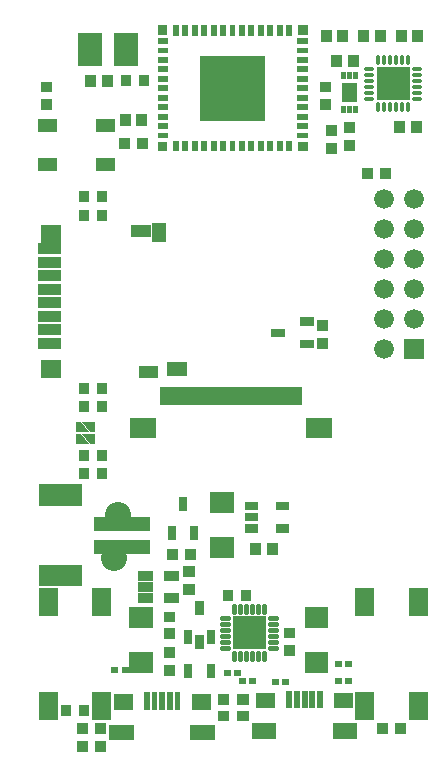
<source format=gts>
G04 Layer: TopSolderMaskLayer*
G04 EasyEDA v6.4.32, 2022-03-05 12:23:48*
G04 1b2e3b3a17c3449da9e352887ce741fa,292cea30c40f4109b391fbfe46d023fa,10*
G04 Gerber Generator version 0.2*
G04 Scale: 100 percent, Rotated: No, Reflected: No *
G04 Dimensions in millimeters *
G04 leading zeros omitted , absolute positions ,4 integer and 5 decimal *
%FSLAX45Y45*%
%MOMM*%

%ADD61C,0.3816*%
%ADD62C,0.3800*%
%ADD68R,2.2032X1.8032*%
%ADD69R,4.8031X1.2040*%
%ADD80C,1.6764*%
%ADD81R,1.6764X1.6764*%
%ADD99C,2.2032*%

%LPD*%
D61*
X1691131Y-5966399D02*
G01*
X1691131Y-5914400D01*
X1741119Y-5966399D02*
G01*
X1741119Y-5914400D01*
X1791131Y-5966399D02*
G01*
X1791131Y-5914400D01*
X1841119Y-5966399D02*
G01*
X1841119Y-5914400D01*
X1891131Y-5966399D02*
G01*
X1891131Y-5914400D01*
X1941118Y-5966399D02*
G01*
X1941118Y-5914400D01*
X1990125Y-5865393D02*
G01*
X2042124Y-5865393D01*
X1990125Y-5815406D02*
G01*
X2042124Y-5815406D01*
X1990125Y-5765393D02*
G01*
X2042124Y-5765393D01*
X1990125Y-5715406D02*
G01*
X2042124Y-5715406D01*
X1990125Y-5665393D02*
G01*
X2042124Y-5665393D01*
X1990125Y-5615406D02*
G01*
X2042124Y-5615406D01*
X1941118Y-5566399D02*
G01*
X1941118Y-5514400D01*
X1891131Y-5566399D02*
G01*
X1891131Y-5514400D01*
X1841119Y-5566399D02*
G01*
X1841119Y-5514400D01*
X1791131Y-5566399D02*
G01*
X1791131Y-5514400D01*
X1741119Y-5566399D02*
G01*
X1741119Y-5514400D01*
X1691919Y-5566399D02*
G01*
X1691919Y-5514400D01*
X1590126Y-5615406D02*
G01*
X1642125Y-5615406D01*
X1590126Y-5665393D02*
G01*
X1642125Y-5665393D01*
X1590126Y-5715406D02*
G01*
X1642125Y-5715406D01*
X1590126Y-5765393D02*
G01*
X1642125Y-5765393D01*
X1590126Y-5815406D02*
G01*
X1642125Y-5815406D01*
X1590126Y-5865393D02*
G01*
X1642125Y-5865393D01*
D62*
X2910306Y-1266200D02*
G01*
X2910306Y-1318199D01*
X2960293Y-1266200D02*
G01*
X2960293Y-1318199D01*
X3010306Y-1266200D02*
G01*
X3010306Y-1318199D01*
X3060293Y-1266200D02*
G01*
X3060293Y-1318199D01*
X3110306Y-1266200D02*
G01*
X3110306Y-1318199D01*
X3160293Y-1266200D02*
G01*
X3160293Y-1318199D01*
X3209300Y-1217193D02*
G01*
X3261299Y-1217193D01*
X3209300Y-1167206D02*
G01*
X3261299Y-1167206D01*
X3209300Y-1117193D02*
G01*
X3261299Y-1117193D01*
X3209300Y-1067206D02*
G01*
X3261299Y-1067206D01*
X3209300Y-1017193D02*
G01*
X3261299Y-1017193D01*
X3209300Y-967206D02*
G01*
X3261299Y-967206D01*
X3160293Y-866200D02*
G01*
X3160293Y-918199D01*
X3110306Y-866200D02*
G01*
X3110306Y-918199D01*
X3060293Y-866200D02*
G01*
X3060293Y-918199D01*
X3010306Y-866200D02*
G01*
X3010306Y-918199D01*
X2960293Y-866200D02*
G01*
X2960293Y-918199D01*
X2911093Y-866200D02*
G01*
X2911093Y-918199D01*
X2809300Y-967206D02*
G01*
X2861299Y-967206D01*
X2809300Y-1017193D02*
G01*
X2861299Y-1017193D01*
X2809300Y-1067206D02*
G01*
X2861299Y-1067206D01*
X2809300Y-1117193D02*
G01*
X2861299Y-1117193D01*
X2809300Y-1167206D02*
G01*
X2861299Y-1167206D01*
X2809300Y-1217193D02*
G01*
X2861299Y-1217193D01*
G36*
X2043429Y-4702555D02*
G01*
X2043429Y-4632452D01*
X2153665Y-4632452D01*
X2153665Y-4702555D01*
G37*
G36*
X2043429Y-4892547D02*
G01*
X2043429Y-4822444D01*
X2153665Y-4822444D01*
X2153665Y-4892547D01*
G37*
G36*
X1783334Y-4892547D02*
G01*
X1783334Y-4822444D01*
X1893570Y-4822444D01*
X1893570Y-4892547D01*
G37*
G36*
X1783334Y-4797552D02*
G01*
X1783334Y-4727447D01*
X1893570Y-4727447D01*
X1893570Y-4797552D01*
G37*
G36*
X1783334Y-4702555D02*
G01*
X1783334Y-4632452D01*
X1893570Y-4632452D01*
X1893570Y-4702555D01*
G37*
G36*
X672337Y-940307D02*
G01*
X672337Y-659892D01*
X872489Y-659892D01*
X872489Y-940307D01*
G37*
G36*
X372110Y-940307D02*
G01*
X372110Y-659892D01*
X572262Y-659892D01*
X572262Y-940307D01*
G37*
G36*
X801623Y-6084062D02*
G01*
X801623Y-5903721D01*
X1001776Y-5903721D01*
X1001776Y-6084062D01*
G37*
G36*
X801623Y-5704078D02*
G01*
X801623Y-5523737D01*
X1001776Y-5523737D01*
X1001776Y-5704078D01*
G37*
G36*
X2287524Y-6084062D02*
G01*
X2287524Y-5903721D01*
X2487675Y-5903721D01*
X2487675Y-6084062D01*
G37*
G36*
X2287524Y-5704078D02*
G01*
X2287524Y-5523737D01*
X2487675Y-5523737D01*
X2487675Y-5704078D01*
G37*
G36*
X1487423Y-5106162D02*
G01*
X1487423Y-4925821D01*
X1687576Y-4925821D01*
X1687576Y-5106162D01*
G37*
G36*
X1487423Y-4726178D02*
G01*
X1487423Y-4545837D01*
X1687576Y-4545837D01*
X1687576Y-4726178D01*
G37*
G36*
X648207Y-6083045D02*
G01*
X648207Y-6032754D01*
X708152Y-6032754D01*
X708152Y-6083045D01*
G37*
G36*
X739647Y-6083045D02*
G01*
X739647Y-6032754D01*
X799592Y-6032754D01*
X799592Y-6083045D01*
G37*
G36*
X2007108Y-6184645D02*
G01*
X2007108Y-6134354D01*
X2067052Y-6134354D01*
X2067052Y-6184645D01*
G37*
G36*
X2098547Y-6184645D02*
G01*
X2098547Y-6134354D01*
X2158491Y-6134354D01*
X2158491Y-6184645D01*
G37*
G36*
X1819147Y-6171945D02*
G01*
X1819147Y-6121654D01*
X1879092Y-6121654D01*
X1879092Y-6171945D01*
G37*
G36*
X1727707Y-6171945D02*
G01*
X1727707Y-6121654D01*
X1787652Y-6121654D01*
X1787652Y-6171945D01*
G37*
G36*
X2631947Y-6032245D02*
G01*
X2631947Y-5981954D01*
X2691891Y-5981954D01*
X2691891Y-6032245D01*
G37*
G36*
X2540508Y-6032245D02*
G01*
X2540508Y-5981954D01*
X2600452Y-5981954D01*
X2600452Y-6032245D01*
G37*
G36*
X1600707Y-6108445D02*
G01*
X1600707Y-6058154D01*
X1660652Y-6058154D01*
X1660652Y-6108445D01*
G37*
G36*
X1692147Y-6108445D02*
G01*
X1692147Y-6058154D01*
X1752092Y-6058154D01*
X1752092Y-6108445D01*
G37*
G36*
X2631947Y-6171945D02*
G01*
X2631947Y-6121654D01*
X2691891Y-6121654D01*
X2691891Y-6171945D01*
G37*
G36*
X2540508Y-6171945D02*
G01*
X2540508Y-6121654D01*
X2600452Y-6121654D01*
X2600452Y-6171945D01*
G37*
G36*
X2213609Y-3809237D02*
G01*
X2213609Y-3658870D01*
X2263902Y-3658870D01*
X2263902Y-3809237D01*
G37*
G36*
X2163572Y-3809237D02*
G01*
X2163572Y-3658870D01*
X2213863Y-3658870D01*
X2213863Y-3809237D01*
G37*
G36*
X2113534Y-3809237D02*
G01*
X2113534Y-3658870D01*
X2163825Y-3658870D01*
X2163825Y-3809237D01*
G37*
G36*
X2063495Y-3809237D02*
G01*
X2063495Y-3658870D01*
X2113788Y-3658870D01*
X2113788Y-3809237D01*
G37*
G36*
X2013458Y-3809237D02*
G01*
X2013458Y-3658870D01*
X2063750Y-3658870D01*
X2063750Y-3809237D01*
G37*
G36*
X1963420Y-3809237D02*
G01*
X1963420Y-3658870D01*
X2013965Y-3658870D01*
X2013965Y-3809237D01*
G37*
G36*
X1913636Y-3809237D02*
G01*
X1913636Y-3658870D01*
X1963927Y-3658870D01*
X1963927Y-3809237D01*
G37*
G36*
X1863597Y-3809237D02*
G01*
X1863597Y-3658870D01*
X1913889Y-3658870D01*
X1913889Y-3809237D01*
G37*
G36*
X1813560Y-3809237D02*
G01*
X1813560Y-3658870D01*
X1863852Y-3658870D01*
X1863852Y-3809237D01*
G37*
G36*
X1763521Y-3809237D02*
G01*
X1763521Y-3658870D01*
X1813813Y-3658870D01*
X1813813Y-3809237D01*
G37*
G36*
X1713484Y-3809237D02*
G01*
X1713484Y-3658870D01*
X1763776Y-3658870D01*
X1763776Y-3809237D01*
G37*
G36*
X1663445Y-3809237D02*
G01*
X1663445Y-3658870D01*
X1713737Y-3658870D01*
X1713737Y-3809237D01*
G37*
G36*
X1613407Y-3809237D02*
G01*
X1613407Y-3658870D01*
X1663954Y-3658870D01*
X1663954Y-3809237D01*
G37*
G36*
X1563623Y-3809237D02*
G01*
X1563623Y-3658870D01*
X1613915Y-3658870D01*
X1613915Y-3809237D01*
G37*
G36*
X1513586Y-3809237D02*
G01*
X1513586Y-3658870D01*
X1563878Y-3658870D01*
X1563878Y-3809237D01*
G37*
G36*
X1463547Y-3809237D02*
G01*
X1463547Y-3658870D01*
X1513839Y-3658870D01*
X1513839Y-3809237D01*
G37*
G36*
X1413510Y-3809237D02*
G01*
X1413510Y-3658870D01*
X1463802Y-3658870D01*
X1463802Y-3809237D01*
G37*
G36*
X1363471Y-3809237D02*
G01*
X1363471Y-3658870D01*
X1413763Y-3658870D01*
X1413763Y-3809237D01*
G37*
G36*
X1313434Y-3809237D02*
G01*
X1313434Y-3658870D01*
X1363726Y-3658870D01*
X1363726Y-3809237D01*
G37*
G36*
X1263650Y-3809237D02*
G01*
X1263650Y-3658870D01*
X1313942Y-3658870D01*
X1313942Y-3809237D01*
G37*
G36*
X1213612Y-3809237D02*
G01*
X1213612Y-3658870D01*
X1263904Y-3658870D01*
X1263904Y-3809237D01*
G37*
G36*
X1163573Y-3809237D02*
G01*
X1163573Y-3658870D01*
X1213865Y-3658870D01*
X1213865Y-3809237D01*
G37*
G36*
X1113536Y-3809237D02*
G01*
X1113536Y-3658870D01*
X1163828Y-3658870D01*
X1163828Y-3809237D01*
G37*
G36*
X1063497Y-3809237D02*
G01*
X1063497Y-3658870D01*
X1113789Y-3658870D01*
X1113789Y-3809237D01*
G37*
D68*
G01*
X918895Y-4004310D03*
G01*
X2408885Y-4004310D03*
G36*
X349250Y-4043171D02*
G01*
X349250Y-3957828D01*
X394462Y-3957828D01*
X459994Y-4043171D01*
G37*
G36*
X468629Y-4043171D02*
G01*
X402844Y-3957828D01*
X513842Y-3957828D01*
X513842Y-4043171D01*
G37*
G36*
X349250Y-4144771D02*
G01*
X349250Y-4059428D01*
X394462Y-4059428D01*
X459994Y-4144771D01*
G37*
G36*
X468629Y-4144771D02*
G01*
X402844Y-4059428D01*
X513842Y-4059428D01*
X513842Y-4144771D01*
G37*
D69*
G01*
X739267Y-5013960D03*
G01*
X739267Y-4815839D03*
G36*
X38354Y-5345429D02*
G01*
X38354Y-5165089D01*
X398779Y-5165089D01*
X398779Y-5345429D01*
G37*
G36*
X38354Y-4664710D02*
G01*
X38354Y-4484370D01*
X398779Y-4484370D01*
X398779Y-4664710D01*
G37*
G36*
X2249424Y-3330447D02*
G01*
X2249424Y-3260344D01*
X2366518Y-3260344D01*
X2366518Y-3330447D01*
G37*
G36*
X2249424Y-3140455D02*
G01*
X2249424Y-3070352D01*
X2366518Y-3070352D01*
X2366518Y-3140455D01*
G37*
G36*
X2002281Y-3235452D02*
G01*
X2002281Y-3165347D01*
X2119375Y-3165347D01*
X2119375Y-3235452D01*
G37*
G36*
X1266952Y-5833618D02*
G01*
X1266952Y-5716523D01*
X1337055Y-5716523D01*
X1337055Y-5833618D01*
G37*
G36*
X1456944Y-5833618D02*
G01*
X1456944Y-5716523D01*
X1527047Y-5716523D01*
X1527047Y-5833618D01*
G37*
G36*
X1361947Y-5586476D02*
G01*
X1361947Y-5469381D01*
X1432052Y-5469381D01*
X1432052Y-5586476D01*
G37*
G36*
X1266952Y-6125718D02*
G01*
X1266952Y-6008623D01*
X1337055Y-6008623D01*
X1337055Y-6125718D01*
G37*
G36*
X1456944Y-6125718D02*
G01*
X1456944Y-6008623D01*
X1527047Y-6008623D01*
X1527047Y-6125718D01*
G37*
G36*
X1361947Y-5878576D02*
G01*
X1361947Y-5761481D01*
X1432052Y-5761481D01*
X1432052Y-5878576D01*
G37*
G36*
X2466340Y-1682750D02*
G01*
X2466340Y-1592071D01*
X2562859Y-1592071D01*
X2562859Y-1682750D01*
G37*
G36*
X2466340Y-1532128D02*
G01*
X2466340Y-1441450D01*
X2562859Y-1441450D01*
X2562859Y-1532128D01*
G37*
G36*
X2618740Y-1506728D02*
G01*
X2618740Y-1416050D01*
X2715259Y-1416050D01*
X2715259Y-1506728D01*
G37*
G36*
X2618740Y-1657350D02*
G01*
X2618740Y-1566671D01*
X2715259Y-1566671D01*
X2715259Y-1657350D01*
G37*
G36*
X1677415Y-5880607D02*
G01*
X1677415Y-5600445D01*
X1957577Y-5600445D01*
X1957577Y-5880607D01*
G37*
G36*
X1041400Y-755395D02*
G01*
X1041400Y-705357D01*
X1131315Y-705357D01*
X1131315Y-755395D01*
G37*
G36*
X1041400Y-835405D02*
G01*
X1041400Y-785368D01*
X1131315Y-785368D01*
X1131315Y-835405D01*
G37*
G36*
X1041400Y-915415D02*
G01*
X1041400Y-865378D01*
X1131315Y-865378D01*
X1131315Y-915415D01*
G37*
G36*
X1041400Y-995426D02*
G01*
X1041400Y-945387D01*
X1131315Y-945387D01*
X1131315Y-995426D01*
G37*
G36*
X1041400Y-1075181D02*
G01*
X1041400Y-1025397D01*
X1131315Y-1025397D01*
X1131315Y-1075181D01*
G37*
G36*
X1041400Y-1155192D02*
G01*
X1041400Y-1105407D01*
X1131315Y-1105407D01*
X1131315Y-1155192D01*
G37*
G36*
X1041400Y-1235202D02*
G01*
X1041400Y-1185418D01*
X1131315Y-1185418D01*
X1131315Y-1235202D01*
G37*
G36*
X1041400Y-1315212D02*
G01*
X1041400Y-1265173D01*
X1131315Y-1265173D01*
X1131315Y-1315212D01*
G37*
G36*
X1041400Y-1395221D02*
G01*
X1041400Y-1345184D01*
X1131315Y-1345184D01*
X1131315Y-1395221D01*
G37*
G36*
X1041400Y-1475231D02*
G01*
X1041400Y-1425194D01*
X1131315Y-1425194D01*
X1131315Y-1475231D01*
G37*
G36*
X1041400Y-1555242D02*
G01*
X1041400Y-1505204D01*
X1131315Y-1505204D01*
X1131315Y-1555242D01*
G37*
G36*
X1171447Y-1665223D02*
G01*
X1171447Y-1575307D01*
X1221486Y-1575307D01*
X1221486Y-1665223D01*
G37*
G36*
X1251457Y-1665223D02*
G01*
X1251457Y-1575307D01*
X1301495Y-1575307D01*
X1301495Y-1665223D01*
G37*
G36*
X1331468Y-1665223D02*
G01*
X1331468Y-1575307D01*
X1381505Y-1575307D01*
X1381505Y-1665223D01*
G37*
G36*
X1411478Y-1665223D02*
G01*
X1411478Y-1575307D01*
X1461515Y-1575307D01*
X1461515Y-1665223D01*
G37*
G36*
X1491487Y-1665223D02*
G01*
X1491487Y-1575307D01*
X1541526Y-1575307D01*
X1541526Y-1665223D01*
G37*
G36*
X1571497Y-1665223D02*
G01*
X1571497Y-1575307D01*
X1621281Y-1575307D01*
X1621281Y-1665223D01*
G37*
G36*
X1651507Y-1665223D02*
G01*
X1651507Y-1575307D01*
X1701292Y-1575307D01*
X1701292Y-1665223D01*
G37*
G36*
X1731518Y-1665223D02*
G01*
X1731518Y-1575307D01*
X1781302Y-1575307D01*
X1781302Y-1665223D01*
G37*
G36*
X1811273Y-1665223D02*
G01*
X1811273Y-1575307D01*
X1861312Y-1575307D01*
X1861312Y-1665223D01*
G37*
G36*
X1891284Y-1665223D02*
G01*
X1891284Y-1575307D01*
X1941322Y-1575307D01*
X1941322Y-1665223D01*
G37*
G36*
X1971293Y-1665223D02*
G01*
X1971293Y-1575307D01*
X2021331Y-1575307D01*
X2021331Y-1665223D01*
G37*
G36*
X2051304Y-1665223D02*
G01*
X2051304Y-1575307D01*
X2101341Y-1575307D01*
X2101341Y-1665223D01*
G37*
G36*
X2131313Y-1665223D02*
G01*
X2131313Y-1575307D01*
X2181352Y-1575307D01*
X2181352Y-1665223D01*
G37*
G36*
X2221484Y-1555242D02*
G01*
X2221484Y-1505204D01*
X2311400Y-1505204D01*
X2311400Y-1555242D01*
G37*
G36*
X2221484Y-1475231D02*
G01*
X2221484Y-1425194D01*
X2311400Y-1425194D01*
X2311400Y-1475231D01*
G37*
G36*
X2221484Y-1395221D02*
G01*
X2221484Y-1345184D01*
X2311400Y-1345184D01*
X2311400Y-1395221D01*
G37*
G36*
X2221484Y-1315212D02*
G01*
X2221484Y-1265173D01*
X2311400Y-1265173D01*
X2311400Y-1315212D01*
G37*
G36*
X2221484Y-1235202D02*
G01*
X2221484Y-1185418D01*
X2311400Y-1185418D01*
X2311400Y-1235202D01*
G37*
G36*
X2221484Y-1155192D02*
G01*
X2221484Y-1105407D01*
X2311400Y-1105407D01*
X2311400Y-1155192D01*
G37*
G36*
X2221484Y-1075181D02*
G01*
X2221484Y-1025397D01*
X2311400Y-1025397D01*
X2311400Y-1075181D01*
G37*
G36*
X2221484Y-995426D02*
G01*
X2221484Y-945387D01*
X2311400Y-945387D01*
X2311400Y-995426D01*
G37*
G36*
X2221484Y-915415D02*
G01*
X2221484Y-865378D01*
X2311400Y-865378D01*
X2311400Y-915415D01*
G37*
G36*
X2221484Y-835405D02*
G01*
X2221484Y-785368D01*
X2311400Y-785368D01*
X2311400Y-835405D01*
G37*
G36*
X2221484Y-755395D02*
G01*
X2221484Y-705357D01*
X2311400Y-705357D01*
X2311400Y-755395D01*
G37*
G36*
X2131313Y-685292D02*
G01*
X2131313Y-595376D01*
X2181352Y-595376D01*
X2181352Y-685292D01*
G37*
G36*
X2051304Y-685292D02*
G01*
X2051304Y-595376D01*
X2101341Y-595376D01*
X2101341Y-685292D01*
G37*
G36*
X1971293Y-685292D02*
G01*
X1971293Y-595376D01*
X2021331Y-595376D01*
X2021331Y-685292D01*
G37*
G36*
X1891284Y-685292D02*
G01*
X1891284Y-595376D01*
X1941322Y-595376D01*
X1941322Y-685292D01*
G37*
G36*
X1811273Y-685292D02*
G01*
X1811273Y-595376D01*
X1861312Y-595376D01*
X1861312Y-685292D01*
G37*
G36*
X1731518Y-685292D02*
G01*
X1731518Y-595376D01*
X1781302Y-595376D01*
X1781302Y-685292D01*
G37*
G36*
X1651507Y-685292D02*
G01*
X1651507Y-595376D01*
X1701292Y-595376D01*
X1701292Y-685292D01*
G37*
G36*
X1571497Y-685292D02*
G01*
X1571497Y-595376D01*
X1621281Y-595376D01*
X1621281Y-685292D01*
G37*
G36*
X1491487Y-685292D02*
G01*
X1491487Y-595376D01*
X1541526Y-595376D01*
X1541526Y-685292D01*
G37*
G36*
X1411478Y-685292D02*
G01*
X1411478Y-595376D01*
X1461515Y-595376D01*
X1461515Y-685292D01*
G37*
G36*
X1331468Y-685292D02*
G01*
X1331468Y-595376D01*
X1381505Y-595376D01*
X1381505Y-685292D01*
G37*
G36*
X1251457Y-685292D02*
G01*
X1251457Y-595376D01*
X1301495Y-595376D01*
X1301495Y-685292D01*
G37*
G36*
X1171447Y-685292D02*
G01*
X1171447Y-595376D01*
X1221486Y-595376D01*
X1221486Y-685292D01*
G37*
G36*
X1401318Y-1405381D02*
G01*
X1401318Y-855218D01*
X1951481Y-855218D01*
X1951481Y-1405381D01*
G37*
G36*
X2231390Y-675386D02*
G01*
X2231390Y-595376D01*
X2311400Y-595376D01*
X2311400Y-675386D01*
G37*
G36*
X2231390Y-1665223D02*
G01*
X2231390Y-1585213D01*
X2311400Y-1585213D01*
X2311400Y-1665223D01*
G37*
G36*
X1041400Y-1665223D02*
G01*
X1041400Y-1585213D01*
X1121410Y-1585213D01*
X1121410Y-1665223D01*
G37*
G36*
X1041400Y-675386D02*
G01*
X1041400Y-595376D01*
X1121410Y-595376D01*
X1121410Y-675386D01*
G37*
G36*
X876554Y-5300471D02*
G01*
X876554Y-5215128D01*
X1003045Y-5215128D01*
X1003045Y-5300471D01*
G37*
G36*
X876554Y-5395468D02*
G01*
X876554Y-5310123D01*
X1003045Y-5310123D01*
X1003045Y-5395468D01*
G37*
G36*
X876554Y-5490463D02*
G01*
X876554Y-5405120D01*
X1003045Y-5405120D01*
X1003045Y-5490463D01*
G37*
G36*
X1096518Y-5490463D02*
G01*
X1096518Y-5405120D01*
X1223010Y-5405120D01*
X1223010Y-5490463D01*
G37*
G36*
X1096518Y-5300471D02*
G01*
X1096518Y-5215128D01*
X1223010Y-5215128D01*
X1223010Y-5300471D01*
G37*
D80*
G01*
X2959100Y-2070100D03*
G01*
X3213100Y-2070100D03*
G01*
X2959100Y-2324100D03*
G01*
X3213100Y-2324100D03*
G01*
X2959100Y-2578100D03*
G01*
X3213100Y-2578100D03*
G01*
X2959100Y-2832100D03*
G01*
X3213100Y-2832100D03*
G01*
X2959100Y-3086100D03*
G01*
X3213100Y-3086100D03*
G01*
X2959100Y-3340100D03*
D81*
G01*
X3213100Y-3340100D03*
G36*
X1127252Y-4957318D02*
G01*
X1127252Y-4840223D01*
X1197355Y-4840223D01*
X1197355Y-4957318D01*
G37*
G36*
X1317244Y-4957318D02*
G01*
X1317244Y-4840223D01*
X1387347Y-4840223D01*
X1387347Y-4957318D01*
G37*
G36*
X1222247Y-4710176D02*
G01*
X1222247Y-4593081D01*
X1292352Y-4593081D01*
X1292352Y-4710176D01*
G37*
G36*
X880871Y-1115060D02*
G01*
X880871Y-1018539D01*
X971550Y-1018539D01*
X971550Y-1115060D01*
G37*
G36*
X730250Y-1115060D02*
G01*
X730250Y-1018539D01*
X820928Y-1018539D01*
X820928Y-1115060D01*
G37*
G36*
X53339Y-1163828D02*
G01*
X53339Y-1073150D01*
X149860Y-1073150D01*
X149860Y-1163828D01*
G37*
G36*
X53339Y-1314450D02*
G01*
X53339Y-1223771D01*
X149860Y-1223771D01*
X149860Y-1314450D01*
G37*
G36*
X487679Y-6478270D02*
G01*
X487679Y-6237986D01*
X647954Y-6237986D01*
X647954Y-6478270D01*
G37*
G36*
X487679Y-5598413D02*
G01*
X487679Y-5358129D01*
X647954Y-5358129D01*
X647954Y-5598413D01*
G37*
G36*
X37845Y-5598413D02*
G01*
X37845Y-5358129D01*
X198120Y-5358129D01*
X198120Y-5598413D01*
G37*
G36*
X37845Y-6478270D02*
G01*
X37845Y-6237986D01*
X198120Y-6237986D01*
X198120Y-6478270D01*
G37*
G36*
X3167379Y-6478270D02*
G01*
X3167379Y-6237986D01*
X3327654Y-6237986D01*
X3327654Y-6478270D01*
G37*
G36*
X3167379Y-5598413D02*
G01*
X3167379Y-5358129D01*
X3327654Y-5358129D01*
X3327654Y-5598413D01*
G37*
G36*
X2717545Y-5598413D02*
G01*
X2717545Y-5358129D01*
X2877820Y-5358129D01*
X2877820Y-5598413D01*
G37*
G36*
X2717545Y-6478270D02*
G01*
X2717545Y-6237986D01*
X2877820Y-6237986D01*
X2877820Y-6478270D01*
G37*
G36*
X2896615Y-1232154D02*
G01*
X2896615Y-952245D01*
X3176524Y-952245D01*
X3176524Y-1232154D01*
G37*
G36*
X520445Y-1502918D02*
G01*
X520445Y-1392936D01*
X680720Y-1392936D01*
X680720Y-1502918D01*
G37*
G36*
X520445Y-1832863D02*
G01*
X520445Y-1722881D01*
X680720Y-1722881D01*
X680720Y-1832863D01*
G37*
G36*
X30479Y-1832863D02*
G01*
X30479Y-1722881D01*
X190500Y-1722881D01*
X190500Y-1832863D01*
G37*
G36*
X30479Y-1502918D02*
G01*
X30479Y-1392936D01*
X190500Y-1392936D01*
X190500Y-1502918D01*
G37*
G36*
X2697988Y-1055878D02*
G01*
X2697988Y-995426D01*
X2736088Y-995426D01*
X2736088Y-1055878D01*
G37*
G36*
X2647950Y-1055878D02*
G01*
X2647950Y-995426D01*
X2686050Y-995426D01*
X2686050Y-1055878D01*
G37*
G36*
X2597911Y-1055878D02*
G01*
X2597911Y-995426D01*
X2636011Y-995426D01*
X2636011Y-1055878D01*
G37*
G36*
X2597911Y-1341373D02*
G01*
X2597911Y-1280921D01*
X2636011Y-1280921D01*
X2636011Y-1341373D01*
G37*
G36*
X2647950Y-1341373D02*
G01*
X2647950Y-1280921D01*
X2686050Y-1280921D01*
X2686050Y-1341373D01*
G37*
G36*
X2697988Y-1341373D02*
G01*
X2697988Y-1280921D01*
X2736088Y-1280921D01*
X2736088Y-1341373D01*
G37*
G36*
X2601975Y-1248410D02*
G01*
X2601975Y-1088389D01*
X2732024Y-1088389D01*
X2732024Y-1248410D01*
G37*
G36*
X29463Y-2534412D02*
G01*
X29463Y-2443987D01*
X224536Y-2443987D01*
X224536Y-2534412D01*
G37*
G36*
X29463Y-2648712D02*
G01*
X29463Y-2558287D01*
X224536Y-2558287D01*
X224536Y-2648712D01*
G37*
G36*
X29463Y-2763012D02*
G01*
X29463Y-2672587D01*
X224536Y-2672587D01*
X224536Y-2763012D01*
G37*
G36*
X29463Y-2877312D02*
G01*
X29463Y-2786887D01*
X224536Y-2786887D01*
X224536Y-2877312D01*
G37*
G36*
X29463Y-3334512D02*
G01*
X29463Y-3244087D01*
X224536Y-3244087D01*
X224536Y-3334512D01*
G37*
G36*
X29463Y-3220212D02*
G01*
X29463Y-3129787D01*
X224536Y-3129787D01*
X224536Y-3220212D01*
G37*
G36*
X29463Y-3105912D02*
G01*
X29463Y-3015487D01*
X224536Y-3015487D01*
X224536Y-3105912D01*
G37*
G36*
X29463Y-2991612D02*
G01*
X29463Y-2901187D01*
X224536Y-2901187D01*
X224536Y-2991612D01*
G37*
G36*
X54610Y-2437384D02*
G01*
X54610Y-2287015D01*
X224789Y-2287015D01*
X224789Y-2437384D01*
G37*
G36*
X54610Y-3580384D02*
G01*
X54610Y-3430015D01*
X224789Y-3430015D01*
X224789Y-3580384D01*
G37*
G36*
X1121410Y-3565397D02*
G01*
X1121410Y-3445002D01*
X1291589Y-3445002D01*
X1291589Y-3565397D01*
G37*
G36*
X993902Y-2432050D02*
G01*
X993902Y-2266950D01*
X1114297Y-2266950D01*
X1114297Y-2432050D01*
G37*
G36*
X816610Y-2386837D02*
G01*
X816610Y-2286762D01*
X986789Y-2286762D01*
X986789Y-2386837D01*
G37*
G36*
X884936Y-3580637D02*
G01*
X884936Y-3480562D01*
X1045463Y-3480562D01*
X1045463Y-3580637D01*
G37*
G36*
X1317752Y-6650481D02*
G01*
X1317752Y-6520179D01*
X1528063Y-6520179D01*
X1528063Y-6650481D01*
G37*
G36*
X630936Y-6650481D02*
G01*
X630936Y-6520179D01*
X841247Y-6520179D01*
X841247Y-6650481D01*
G37*
G36*
X925576Y-6390386D02*
G01*
X925576Y-6245352D01*
X975613Y-6245352D01*
X975613Y-6390386D01*
G37*
G36*
X990600Y-6390386D02*
G01*
X990600Y-6245352D01*
X1040637Y-6245352D01*
X1040637Y-6390386D01*
G37*
G36*
X1055623Y-6390386D02*
G01*
X1055623Y-6245352D01*
X1105662Y-6245352D01*
X1105662Y-6390386D01*
G37*
G36*
X1120647Y-6390386D02*
G01*
X1120647Y-6245352D01*
X1170686Y-6245352D01*
X1170686Y-6390386D01*
G37*
G36*
X1185671Y-6390386D02*
G01*
X1185671Y-6245352D01*
X1235710Y-6245352D01*
X1235710Y-6390386D01*
G37*
G36*
X670560Y-6392926D02*
G01*
X670560Y-6262878D01*
X830834Y-6262878D01*
X830834Y-6392926D01*
G37*
G36*
X1330452Y-6392926D02*
G01*
X1330452Y-6262878D01*
X1490726Y-6262878D01*
X1490726Y-6392926D01*
G37*
G36*
X2524252Y-6637781D02*
G01*
X2524252Y-6507479D01*
X2734563Y-6507479D01*
X2734563Y-6637781D01*
G37*
G36*
X1837436Y-6637781D02*
G01*
X1837436Y-6507479D01*
X2047747Y-6507479D01*
X2047747Y-6637781D01*
G37*
G36*
X2132075Y-6377686D02*
G01*
X2132075Y-6232652D01*
X2182113Y-6232652D01*
X2182113Y-6377686D01*
G37*
G36*
X2197100Y-6377686D02*
G01*
X2197100Y-6232652D01*
X2247138Y-6232652D01*
X2247138Y-6377686D01*
G37*
G36*
X2262124Y-6377686D02*
G01*
X2262124Y-6232652D01*
X2312161Y-6232652D01*
X2312161Y-6377686D01*
G37*
G36*
X2327147Y-6377686D02*
G01*
X2327147Y-6232652D01*
X2377186Y-6232652D01*
X2377186Y-6377686D01*
G37*
G36*
X2392172Y-6377686D02*
G01*
X2392172Y-6232652D01*
X2442209Y-6232652D01*
X2442209Y-6377686D01*
G37*
G36*
X1877060Y-6380226D02*
G01*
X1877060Y-6250178D01*
X2037334Y-6250178D01*
X2037334Y-6380226D01*
G37*
G36*
X2536952Y-6380226D02*
G01*
X2536952Y-6250178D01*
X2697225Y-6250178D01*
X2697225Y-6380226D01*
G37*
G36*
X1828037Y-5079237D02*
G01*
X1828037Y-4979162D01*
X1918207Y-4979162D01*
X1918207Y-5079237D01*
G37*
G36*
X1967991Y-5079237D02*
G01*
X1967991Y-4979162D01*
X2058161Y-4979162D01*
X2058161Y-5079237D01*
G37*
G36*
X1715262Y-6350507D02*
G01*
X1715262Y-6260337D01*
X1815337Y-6260337D01*
X1815337Y-6350507D01*
G37*
G36*
X1715262Y-6490462D02*
G01*
X1715262Y-6400292D01*
X1815337Y-6400292D01*
X1815337Y-6490462D01*
G37*
G36*
X1550162Y-6350507D02*
G01*
X1550162Y-6260337D01*
X1650237Y-6260337D01*
X1650237Y-6350507D01*
G37*
G36*
X1550162Y-6490462D02*
G01*
X1550162Y-6400292D01*
X1650237Y-6400292D01*
X1650237Y-6490462D01*
G37*
G36*
X2564891Y-735837D02*
G01*
X2564891Y-635762D01*
X2655061Y-635762D01*
X2655061Y-735837D01*
G37*
G36*
X2424938Y-735837D02*
G01*
X2424938Y-635762D01*
X2515108Y-635762D01*
X2515108Y-735837D01*
G37*
G36*
X570992Y-1116837D02*
G01*
X570992Y-1016762D01*
X661162Y-1016762D01*
X661162Y-1116837D01*
G37*
G36*
X431037Y-1116837D02*
G01*
X431037Y-1016762D01*
X521207Y-1016762D01*
X521207Y-1116837D01*
G37*
G36*
X863092Y-1447037D02*
G01*
X863092Y-1346962D01*
X953262Y-1346962D01*
X953262Y-1447037D01*
G37*
G36*
X723137Y-1447037D02*
G01*
X723137Y-1346962D01*
X813307Y-1346962D01*
X813307Y-1447037D01*
G37*
G36*
X2882391Y-735837D02*
G01*
X2882391Y-635762D01*
X2972561Y-635762D01*
X2972561Y-735837D01*
G37*
G36*
X2742438Y-735837D02*
G01*
X2742438Y-635762D01*
X2832608Y-635762D01*
X2832608Y-735837D01*
G37*
G36*
X3199891Y-735837D02*
G01*
X3199891Y-635762D01*
X3290061Y-635762D01*
X3290061Y-735837D01*
G37*
G36*
X3059938Y-735837D02*
G01*
X3059938Y-635762D01*
X3150108Y-635762D01*
X3150108Y-735837D01*
G37*
G36*
X3187191Y-1510537D02*
G01*
X3187191Y-1410462D01*
X3277361Y-1410462D01*
X3277361Y-1510537D01*
G37*
G36*
X3047238Y-1510537D02*
G01*
X3047238Y-1410462D01*
X3137408Y-1410462D01*
X3137408Y-1510537D01*
G37*
G36*
X1092962Y-5652007D02*
G01*
X1092962Y-5561837D01*
X1193037Y-5561837D01*
X1193037Y-5652007D01*
G37*
G36*
X1092962Y-5791962D02*
G01*
X1092962Y-5701792D01*
X1193037Y-5701792D01*
X1193037Y-5791962D01*
G37*
G36*
X2653791Y-951737D02*
G01*
X2653791Y-851662D01*
X2743961Y-851662D01*
X2743961Y-951737D01*
G37*
G36*
X2513838Y-951737D02*
G01*
X2513838Y-851662D01*
X2604008Y-851662D01*
X2604008Y-951737D01*
G37*
G36*
X2390140Y-3183128D02*
G01*
X2390140Y-3092450D01*
X2486659Y-3092450D01*
X2486659Y-3183128D01*
G37*
G36*
X2390140Y-3333750D02*
G01*
X2390140Y-3243071D01*
X2486659Y-3243071D01*
X2486659Y-3333750D01*
G37*
G36*
X222250Y-6449060D02*
G01*
X222250Y-6352539D01*
X312928Y-6352539D01*
X312928Y-6449060D01*
G37*
G36*
X372871Y-6449060D02*
G01*
X372871Y-6352539D01*
X463550Y-6352539D01*
X463550Y-6449060D01*
G37*
G36*
X2901950Y-6601460D02*
G01*
X2901950Y-6504939D01*
X2992627Y-6504939D01*
X2992627Y-6601460D01*
G37*
G36*
X3052572Y-6601460D02*
G01*
X3052572Y-6504939D01*
X3143250Y-6504939D01*
X3143250Y-6601460D01*
G37*
G36*
X2110740Y-5937250D02*
G01*
X2110740Y-5846571D01*
X2207259Y-5846571D01*
X2207259Y-5937250D01*
G37*
G36*
X2110740Y-5786628D02*
G01*
X2110740Y-5695950D01*
X2207259Y-5695950D01*
X2207259Y-5786628D01*
G37*
G36*
X2774950Y-1902460D02*
G01*
X2774950Y-1805939D01*
X2865627Y-1805939D01*
X2865627Y-1902460D01*
G37*
G36*
X2925572Y-1902460D02*
G01*
X2925572Y-1805939D01*
X3016250Y-1805939D01*
X3016250Y-1902460D01*
G37*
G36*
X1744471Y-5471160D02*
G01*
X1744471Y-5374639D01*
X1835150Y-5374639D01*
X1835150Y-5471160D01*
G37*
G36*
X1593850Y-5471160D02*
G01*
X1593850Y-5374639D01*
X1684528Y-5374639D01*
X1684528Y-5471160D01*
G37*
G36*
X361950Y-6601460D02*
G01*
X361950Y-6504939D01*
X452628Y-6504939D01*
X452628Y-6601460D01*
G37*
G36*
X512571Y-6601460D02*
G01*
X512571Y-6504939D01*
X603250Y-6504939D01*
X603250Y-6601460D01*
G37*
G36*
X868171Y-1648460D02*
G01*
X868171Y-1551939D01*
X958850Y-1551939D01*
X958850Y-1648460D01*
G37*
G36*
X717550Y-1648460D02*
G01*
X717550Y-1551939D01*
X808228Y-1551939D01*
X808228Y-1648460D01*
G37*
G36*
X361950Y-6753860D02*
G01*
X361950Y-6657339D01*
X452628Y-6657339D01*
X452628Y-6753860D01*
G37*
G36*
X512571Y-6753860D02*
G01*
X512571Y-6657339D01*
X603250Y-6657339D01*
X603250Y-6753860D01*
G37*
G36*
X1094739Y-5951728D02*
G01*
X1094739Y-5861050D01*
X1191260Y-5861050D01*
X1191260Y-5951728D01*
G37*
G36*
X1094739Y-6102350D02*
G01*
X1094739Y-6011671D01*
X1191260Y-6011671D01*
X1191260Y-6102350D01*
G37*
G36*
X525271Y-4442460D02*
G01*
X525271Y-4345939D01*
X615950Y-4345939D01*
X615950Y-4442460D01*
G37*
G36*
X374650Y-4442460D02*
G01*
X374650Y-4345939D01*
X465328Y-4345939D01*
X465328Y-4442460D01*
G37*
G36*
X1259839Y-5265928D02*
G01*
X1259839Y-5175250D01*
X1356360Y-5175250D01*
X1356360Y-5265928D01*
G37*
G36*
X1259839Y-5416550D02*
G01*
X1259839Y-5325871D01*
X1356360Y-5325871D01*
X1356360Y-5416550D01*
G37*
G36*
X525271Y-4290060D02*
G01*
X525271Y-4193539D01*
X615950Y-4193539D01*
X615950Y-4290060D01*
G37*
G36*
X374650Y-4290060D02*
G01*
X374650Y-4193539D01*
X465328Y-4193539D01*
X465328Y-4290060D01*
G37*
G36*
X2415540Y-1163828D02*
G01*
X2415540Y-1073150D01*
X2512059Y-1073150D01*
X2512059Y-1163828D01*
G37*
G36*
X2415540Y-1314450D02*
G01*
X2415540Y-1223771D01*
X2512059Y-1223771D01*
X2512059Y-1314450D01*
G37*
G36*
X525271Y-3870960D02*
G01*
X525271Y-3774439D01*
X615950Y-3774439D01*
X615950Y-3870960D01*
G37*
G36*
X374650Y-3870960D02*
G01*
X374650Y-3774439D01*
X465328Y-3774439D01*
X465328Y-3870960D01*
G37*
G36*
X525271Y-3718560D02*
G01*
X525271Y-3622039D01*
X615950Y-3622039D01*
X615950Y-3718560D01*
G37*
G36*
X374650Y-3718560D02*
G01*
X374650Y-3622039D01*
X465328Y-3622039D01*
X465328Y-3718560D01*
G37*
G36*
X374650Y-2258060D02*
G01*
X374650Y-2161539D01*
X465328Y-2161539D01*
X465328Y-2258060D01*
G37*
G36*
X525271Y-2258060D02*
G01*
X525271Y-2161539D01*
X615950Y-2161539D01*
X615950Y-2258060D01*
G37*
G36*
X1123950Y-5128260D02*
G01*
X1123950Y-5031739D01*
X1214628Y-5031739D01*
X1214628Y-5128260D01*
G37*
G36*
X1274571Y-5128260D02*
G01*
X1274571Y-5031739D01*
X1365250Y-5031739D01*
X1365250Y-5128260D01*
G37*
G36*
X374650Y-2092960D02*
G01*
X374650Y-1996439D01*
X465328Y-1996439D01*
X465328Y-2092960D01*
G37*
G36*
X525271Y-2092960D02*
G01*
X525271Y-1996439D01*
X615950Y-1996439D01*
X615950Y-2092960D01*
G37*
D99*
G01*
X673100Y-5105400D03*
G01*
X708660Y-4747260D03*
M02*

</source>
